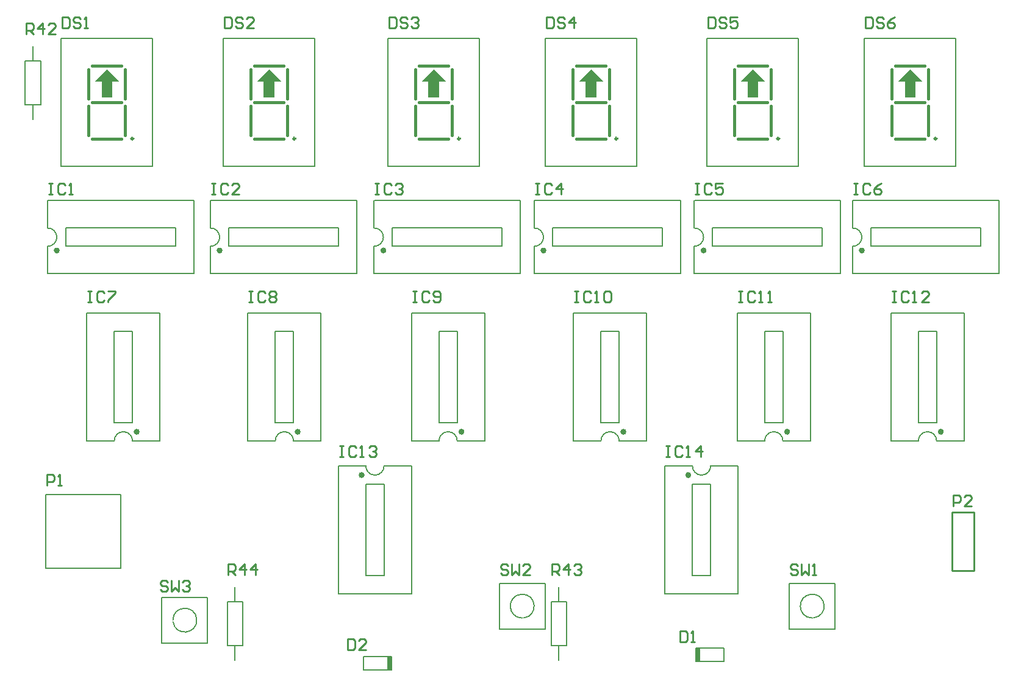
<source format=gto>
G04*
G04 #@! TF.GenerationSoftware,Altium Limited,Altium Designer,21.0.8 (223)*
G04*
G04 Layer_Color=65535*
%FSTAX24Y24*%
%MOIN*%
G70*
G04*
G04 #@! TF.SameCoordinates,7D2A80BF-F15A-477C-97BA-D51E596D6298*
G04*
G04*
G04 #@! TF.FilePolarity,Positive*
G04*
G01*
G75*
%ADD10C,0.0070*%
%ADD11C,0.0150*%
%ADD12C,0.0120*%
%ADD13C,0.0079*%
%ADD14C,0.0100*%
%ADD15R,0.0315X0.0748*%
%ADD16R,0.0315X0.0748*%
G36*
X01449Y04489D02*
X01515Y04555D01*
X01517D01*
X01582Y0449D01*
Y04489D01*
X01545D01*
Y04401D01*
X01486D01*
Y04489D01*
X01449D01*
D02*
G37*
G36*
X02334D02*
X024Y04555D01*
X02402D01*
X02467Y0449D01*
Y04489D01*
X0243D01*
Y04401D01*
X02371D01*
Y04489D01*
X02334D01*
D02*
G37*
G36*
X03234D02*
X033Y04555D01*
X03302D01*
X03367Y0449D01*
Y04489D01*
X0333D01*
Y04401D01*
X03271D01*
Y04489D01*
X03234D01*
D02*
G37*
G36*
X04094D02*
X0416Y04555D01*
X04162D01*
X04227Y0449D01*
Y04489D01*
X0419D01*
Y04401D01*
X04131D01*
Y04489D01*
X04094D01*
D02*
G37*
G36*
X04979D02*
X05045Y04555D01*
X05047D01*
X05112Y0449D01*
Y04489D01*
X05075D01*
Y04401D01*
X05016D01*
Y04489D01*
X04979D01*
D02*
G37*
G36*
X05839D02*
X05905Y04555D01*
X05907D01*
X05972Y0449D01*
Y04489D01*
X05935D01*
Y04401D01*
X05876D01*
Y04489D01*
X05839D01*
D02*
G37*
D10*
X04715Y023854D02*
G03*
X04815Y02385I0005J-000017D01*
G01*
X0605Y025196D02*
G03*
X0595Y0252I-0005J000017D01*
G01*
X055896Y035861D02*
G03*
X0559Y036861I000017J0005D01*
G01*
X0293Y023854D02*
G03*
X0303Y02385I0005J-000017D01*
G01*
X0521Y025196D02*
G03*
X0511Y0252I-0005J000017D01*
G01*
X018764Y015317D02*
G03*
X018758Y0154I000645J000083D01*
G01*
X053783Y015524D02*
G03*
X0537Y015518I-000083J000645D01*
G01*
X037933Y015524D02*
G03*
X03785Y015518I-000083J000645D01*
G01*
X04315Y025196D02*
G03*
X04215Y0252I-0005J000017D01*
G01*
X0343Y025196D02*
G03*
X0333Y0252I-0005J000017D01*
G01*
X011896Y035861D02*
G03*
X0119Y036861I000017J0005D01*
G01*
X01655Y025196D02*
G03*
X01555Y0252I-0005J000017D01*
G01*
X02535Y025196D02*
G03*
X02435Y0252I-0005J000017D01*
G01*
X020796Y035861D02*
G03*
X0208Y036861I000017J0005D01*
G01*
X038496Y035861D02*
G03*
X0385Y036861I000017J0005D01*
G01*
X047246Y035861D02*
G03*
X04725Y036861I000017J0005D01*
G01*
X029746Y035861D02*
G03*
X02975Y036861I000017J0005D01*
G01*
X04565Y02385D02*
X04715D01*
X04816D02*
X04965D01*
Y01685D02*
Y02385D01*
X04565Y01685D02*
X04965D01*
X04565D02*
Y02385D01*
X04715Y02285D02*
X04815D01*
Y01785D02*
Y02285D01*
X04715Y01785D02*
X04815D01*
X04715D02*
Y02285D01*
X04795Y04725D02*
X05295D01*
Y04025D02*
Y04725D01*
X04795Y04025D02*
X05295D01*
X04795D02*
Y04725D01*
X01265D02*
X01765D01*
Y04025D02*
Y04725D01*
X01265Y04025D02*
X01765D01*
X01265D02*
Y04725D01*
X0215D02*
X0265D01*
Y04025D02*
Y04725D01*
X0215Y04025D02*
X0265D01*
X0215D02*
Y04725D01*
X0305D02*
X0355D01*
Y04025D02*
Y04725D01*
X0305Y04025D02*
X0355D01*
X0305D02*
Y04725D01*
X05655D02*
X06155D01*
Y04025D02*
Y04725D01*
X05655Y04025D02*
X06155D01*
X05655D02*
Y04725D01*
X0391Y04025D02*
Y04725D01*
Y04025D02*
X0441D01*
Y04725D01*
X0391D02*
X0441D01*
X0605Y0262D02*
Y0312D01*
X0595D02*
X0605D01*
X0595Y0262D02*
Y0312D01*
Y0262D02*
X0605D01*
X062Y0252D02*
Y0322D01*
X058D02*
X062D01*
X058Y0252D02*
Y0322D01*
Y0252D02*
X05949D01*
X0605D02*
X062D01*
X0569Y036861D02*
X0629D01*
Y035861D02*
Y036861D01*
X0569Y035861D02*
X0629D01*
X0569D02*
Y036861D01*
X0559Y034361D02*
Y035861D01*
Y036871D02*
Y038361D01*
Y034361D02*
X0639D01*
Y038361D01*
X05591D02*
X0639D01*
X0559Y038351D02*
X05591Y038361D01*
X0293Y01785D02*
Y02285D01*
Y01785D02*
X0303D01*
Y02285D01*
X0293D02*
X0303D01*
X0278Y01685D02*
Y02385D01*
Y01685D02*
X0318D01*
Y02385D01*
X03031D02*
X0318D01*
X0278D02*
X0293D01*
X0521Y0262D02*
Y0312D01*
X0511D02*
X0521D01*
X0511Y0262D02*
Y0312D01*
Y0262D02*
X0521D01*
X0536Y0252D02*
Y0322D01*
X0496D02*
X0536D01*
X0496Y0252D02*
Y0322D01*
Y0252D02*
X05109D01*
X0521D02*
X0536D01*
X02065Y01415D02*
Y01665D01*
X01815D02*
X02065D01*
X01815Y01415D02*
Y01665D01*
Y01415D02*
X02065D01*
X05245Y01741D02*
X05495D01*
X05245Y01491D02*
Y01741D01*
Y01491D02*
X05495D01*
Y01741D01*
X0366D02*
X0391D01*
X0366Y01491D02*
Y01741D01*
Y01491D02*
X0391D01*
Y01741D01*
X04315Y0262D02*
Y0312D01*
X04215D02*
X04315D01*
X04215Y0262D02*
Y0312D01*
Y0262D02*
X04315D01*
X04465Y0252D02*
Y0322D01*
X04065D02*
X04465D01*
X04065Y0252D02*
Y0322D01*
Y0252D02*
X04214D01*
X04315D02*
X04465D01*
X0343Y0262D02*
Y0312D01*
X0333D02*
X0343D01*
X0333Y0262D02*
Y0312D01*
Y0262D02*
X0343D01*
X0358Y0252D02*
Y0322D01*
X0318D02*
X0358D01*
X0318Y0252D02*
Y0322D01*
Y0252D02*
X03329D01*
X0343D02*
X0358D01*
X0119Y038351D02*
X01191Y038361D01*
X0199D01*
Y034361D02*
Y038361D01*
X0119Y034361D02*
X0199D01*
X0119Y036871D02*
Y038361D01*
Y034361D02*
Y035861D01*
X0129D02*
Y036861D01*
Y035861D02*
X0189D01*
Y036861D01*
X0129D02*
X0189D01*
X01655Y0262D02*
Y0312D01*
X01555D02*
X01655D01*
X01555Y0262D02*
Y0312D01*
Y0262D02*
X01655D01*
X01805Y0252D02*
Y0322D01*
X01405D02*
X01805D01*
X01405Y0252D02*
Y0322D01*
Y0252D02*
X01554D01*
X01655D02*
X01805D01*
X02535Y0262D02*
Y0312D01*
X02435D02*
X02535D01*
X02435Y0262D02*
Y0312D01*
Y0262D02*
X02535D01*
X02685Y0252D02*
Y0322D01*
X02285D02*
X02685D01*
X02285Y0252D02*
Y0322D01*
Y0252D02*
X02434D01*
X02535D02*
X02685D01*
X0218Y036861D02*
X0278D01*
Y035861D02*
Y036861D01*
X0218Y035861D02*
X0278D01*
X0218D02*
Y036861D01*
X0208Y034361D02*
Y035861D01*
Y036871D02*
Y038361D01*
Y034361D02*
X0288D01*
Y038361D01*
X02081D02*
X0288D01*
X0208Y038351D02*
X02081Y038361D01*
X0395Y036861D02*
X0455D01*
Y035861D02*
Y036861D01*
X0395Y035861D02*
X0455D01*
X0395D02*
Y036861D01*
X0385Y034361D02*
Y035861D01*
Y036871D02*
Y038361D01*
Y034361D02*
X0465D01*
Y038361D01*
X03851D02*
X0465D01*
X0385Y038351D02*
X03851Y038361D01*
X04825Y036861D02*
X05425D01*
Y035861D02*
Y036861D01*
X04825Y035861D02*
X05425D01*
X04825D02*
Y036861D01*
X04725Y034361D02*
Y035861D01*
Y036871D02*
Y038361D01*
Y034361D02*
X05525D01*
Y038361D01*
X04726D02*
X05525D01*
X04725Y038351D02*
X04726Y038361D01*
X03075Y036861D02*
X03675D01*
Y035861D02*
Y036861D01*
X03075Y035861D02*
X03675D01*
X03075D02*
Y036861D01*
X02975Y034361D02*
Y035861D01*
Y036871D02*
Y038361D01*
Y034361D02*
X03775D01*
Y038361D01*
X02976D02*
X03775D01*
X02975Y038351D02*
X02976Y038361D01*
D11*
X047Y02334D02*
G03*
X047Y02334I-00008J0D01*
G01*
X06081Y02571D02*
G03*
X06081Y02571I-00008J0D01*
G01*
X05649Y035631D02*
G03*
X05649Y035631I-00008J0D01*
G01*
X02915Y02334D02*
G03*
X02915Y02334I-00008J0D01*
G01*
X05241Y02571D02*
G03*
X05241Y02571I-00008J0D01*
G01*
X04346D02*
G03*
X04346Y02571I-00008J0D01*
G01*
X03461D02*
G03*
X03461Y02571I-00008J0D01*
G01*
X01249Y035631D02*
G03*
X01249Y035631I-00008J0D01*
G01*
X01686Y02571D02*
G03*
X01686Y02571I-00008J0D01*
G01*
X02566D02*
G03*
X02566Y02571I-00008J0D01*
G01*
X02139Y035631D02*
G03*
X02139Y035631I-00008J0D01*
G01*
X03909D02*
G03*
X03909Y035631I-00008J0D01*
G01*
X04784D02*
G03*
X04784Y035631I-00008J0D01*
G01*
X03034D02*
G03*
X03034Y035631I-00008J0D01*
G01*
X04945Y04395D02*
Y04555D01*
Y04395D02*
Y04555D01*
X05145Y04395D02*
Y04555D01*
Y04395D02*
Y04555D01*
X04965Y04575D02*
X05125D01*
X04965Y04375D02*
X05125D01*
X04965D02*
X05125D01*
X04965Y04175D02*
X05125D01*
X04945Y04195D02*
Y04355D01*
Y04195D02*
Y04355D01*
X05145Y04195D02*
Y04355D01*
Y04195D02*
Y04355D01*
X04945Y04395D02*
Y04555D01*
Y04395D02*
Y04555D01*
X05145Y04395D02*
Y04555D01*
Y04395D02*
Y04555D01*
X04965Y04575D02*
X05125D01*
X04965Y04375D02*
X05125D01*
X04965D02*
X05125D01*
X04965Y04175D02*
X05125D01*
X04945Y04195D02*
Y04355D01*
Y04195D02*
Y04355D01*
X05145Y04195D02*
Y04355D01*
Y04195D02*
Y04355D01*
X04945Y04395D02*
Y04555D01*
Y04395D02*
Y04555D01*
X05145Y04395D02*
Y04555D01*
Y04395D02*
Y04555D01*
X04965Y04575D02*
X05125D01*
X04965Y04375D02*
X05125D01*
X04965D02*
X05125D01*
X04965Y04175D02*
X05125D01*
X04945Y04195D02*
Y04355D01*
Y04195D02*
Y04355D01*
X05145Y04195D02*
Y04355D01*
Y04195D02*
Y04355D01*
X04945Y04395D02*
Y04555D01*
Y04395D02*
Y04555D01*
X05145Y04395D02*
Y04555D01*
Y04395D02*
Y04555D01*
X04965Y04575D02*
X05125D01*
X04965Y04375D02*
X05125D01*
X04965D02*
X05125D01*
X04965Y04175D02*
X05125D01*
X04945Y04195D02*
Y04355D01*
Y04195D02*
Y04355D01*
X05145Y04195D02*
Y04355D01*
Y04195D02*
Y04355D01*
X01415Y04395D02*
Y04555D01*
Y04395D02*
Y04555D01*
X01615Y04395D02*
Y04555D01*
Y04395D02*
Y04555D01*
X01435Y04575D02*
X01595D01*
X01435Y04375D02*
X01595D01*
X01435D02*
X01595D01*
X01435Y04175D02*
X01595D01*
X01415Y04195D02*
Y04355D01*
Y04195D02*
Y04355D01*
X01615Y04195D02*
Y04355D01*
Y04195D02*
Y04355D01*
X01415Y04395D02*
Y04555D01*
Y04395D02*
Y04555D01*
X01615Y04395D02*
Y04555D01*
Y04395D02*
Y04555D01*
X01435Y04575D02*
X01595D01*
X01435Y04375D02*
X01595D01*
X01435D02*
X01595D01*
X01435Y04175D02*
X01595D01*
X01415Y04195D02*
Y04355D01*
Y04195D02*
Y04355D01*
X01615Y04195D02*
Y04355D01*
Y04195D02*
Y04355D01*
X01415Y04395D02*
Y04555D01*
Y04395D02*
Y04555D01*
X01615Y04395D02*
Y04555D01*
Y04395D02*
Y04555D01*
X01435Y04575D02*
X01595D01*
X01435Y04375D02*
X01595D01*
X01435D02*
X01595D01*
X01435Y04175D02*
X01595D01*
X01415Y04195D02*
Y04355D01*
Y04195D02*
Y04355D01*
X01615Y04195D02*
Y04355D01*
Y04195D02*
Y04355D01*
X01415Y04395D02*
Y04555D01*
Y04395D02*
Y04555D01*
X01615Y04395D02*
Y04555D01*
Y04395D02*
Y04555D01*
X01435Y04575D02*
X01595D01*
X01435Y04375D02*
X01595D01*
X01435D02*
X01595D01*
X01435Y04175D02*
X01595D01*
X01415Y04195D02*
Y04355D01*
Y04195D02*
Y04355D01*
X01615Y04195D02*
Y04355D01*
Y04195D02*
Y04355D01*
X023Y04395D02*
Y04555D01*
Y04395D02*
Y04555D01*
X025Y04395D02*
Y04555D01*
Y04395D02*
Y04555D01*
X0232Y04575D02*
X0248D01*
X0232Y04375D02*
X0248D01*
X0232D02*
X0248D01*
X0232Y04175D02*
X0248D01*
X023Y04195D02*
Y04355D01*
Y04195D02*
Y04355D01*
X025Y04195D02*
Y04355D01*
Y04195D02*
Y04355D01*
X023Y04395D02*
Y04555D01*
Y04395D02*
Y04555D01*
X025Y04395D02*
Y04555D01*
Y04395D02*
Y04555D01*
X0232Y04575D02*
X0248D01*
X0232Y04375D02*
X0248D01*
X0232D02*
X0248D01*
X0232Y04175D02*
X0248D01*
X023Y04195D02*
Y04355D01*
Y04195D02*
Y04355D01*
X025Y04195D02*
Y04355D01*
Y04195D02*
Y04355D01*
X023Y04395D02*
Y04555D01*
Y04395D02*
Y04555D01*
X025Y04395D02*
Y04555D01*
Y04395D02*
Y04555D01*
X0232Y04575D02*
X0248D01*
X0232Y04375D02*
X0248D01*
X0232D02*
X0248D01*
X0232Y04175D02*
X0248D01*
X023Y04195D02*
Y04355D01*
Y04195D02*
Y04355D01*
X025Y04195D02*
Y04355D01*
Y04195D02*
Y04355D01*
X023Y04395D02*
Y04555D01*
Y04395D02*
Y04555D01*
X025Y04395D02*
Y04555D01*
Y04395D02*
Y04555D01*
X0232Y04575D02*
X0248D01*
X0232Y04375D02*
X0248D01*
X0232D02*
X0248D01*
X0232Y04175D02*
X0248D01*
X023Y04195D02*
Y04355D01*
Y04195D02*
Y04355D01*
X025Y04195D02*
Y04355D01*
Y04195D02*
Y04355D01*
X032Y04395D02*
Y04555D01*
Y04395D02*
Y04555D01*
X034Y04395D02*
Y04555D01*
Y04395D02*
Y04555D01*
X0322Y04575D02*
X0338D01*
X0322Y04375D02*
X0338D01*
X0322D02*
X0338D01*
X0322Y04175D02*
X0338D01*
X032Y04195D02*
Y04355D01*
Y04195D02*
Y04355D01*
X034Y04195D02*
Y04355D01*
Y04195D02*
Y04355D01*
X032Y04395D02*
Y04555D01*
Y04395D02*
Y04555D01*
X034Y04395D02*
Y04555D01*
Y04395D02*
Y04555D01*
X0322Y04575D02*
X0338D01*
X0322Y04375D02*
X0338D01*
X0322D02*
X0338D01*
X0322Y04175D02*
X0338D01*
X032Y04195D02*
Y04355D01*
Y04195D02*
Y04355D01*
X034Y04195D02*
Y04355D01*
Y04195D02*
Y04355D01*
X032Y04395D02*
Y04555D01*
Y04395D02*
Y04555D01*
X034Y04395D02*
Y04555D01*
Y04395D02*
Y04555D01*
X0322Y04575D02*
X0338D01*
X0322Y04375D02*
X0338D01*
X0322D02*
X0338D01*
X0322Y04175D02*
X0338D01*
X032Y04195D02*
Y04355D01*
Y04195D02*
Y04355D01*
X034Y04195D02*
Y04355D01*
Y04195D02*
Y04355D01*
X032Y04395D02*
Y04555D01*
Y04395D02*
Y04555D01*
X034Y04395D02*
Y04555D01*
Y04395D02*
Y04555D01*
X0322Y04575D02*
X0338D01*
X0322Y04375D02*
X0338D01*
X0322D02*
X0338D01*
X0322Y04175D02*
X0338D01*
X032Y04195D02*
Y04355D01*
Y04195D02*
Y04355D01*
X034Y04195D02*
Y04355D01*
Y04195D02*
Y04355D01*
X05805Y04395D02*
Y04555D01*
Y04395D02*
Y04555D01*
X06005Y04395D02*
Y04555D01*
Y04395D02*
Y04555D01*
X05825Y04575D02*
X05985D01*
X05825Y04375D02*
X05985D01*
X05825D02*
X05985D01*
X05825Y04175D02*
X05985D01*
X05805Y04195D02*
Y04355D01*
Y04195D02*
Y04355D01*
X06005Y04195D02*
Y04355D01*
Y04195D02*
Y04355D01*
X05805Y04395D02*
Y04555D01*
Y04395D02*
Y04555D01*
X06005Y04395D02*
Y04555D01*
Y04395D02*
Y04555D01*
X05825Y04575D02*
X05985D01*
X05825Y04375D02*
X05985D01*
X05825D02*
X05985D01*
X05825Y04175D02*
X05985D01*
X05805Y04195D02*
Y04355D01*
Y04195D02*
Y04355D01*
X06005Y04195D02*
Y04355D01*
Y04195D02*
Y04355D01*
X05805Y04395D02*
Y04555D01*
Y04395D02*
Y04555D01*
X06005Y04395D02*
Y04555D01*
Y04395D02*
Y04555D01*
X05825Y04575D02*
X05985D01*
X05825Y04375D02*
X05985D01*
X05825D02*
X05985D01*
X05825Y04175D02*
X05985D01*
X05805Y04195D02*
Y04355D01*
Y04195D02*
Y04355D01*
X06005Y04195D02*
Y04355D01*
Y04195D02*
Y04355D01*
X05805Y04395D02*
Y04555D01*
Y04395D02*
Y04555D01*
X06005Y04395D02*
Y04555D01*
Y04395D02*
Y04555D01*
X05825Y04575D02*
X05985D01*
X05825Y04375D02*
X05985D01*
X05825D02*
X05985D01*
X05825Y04175D02*
X05985D01*
X05805Y04195D02*
Y04355D01*
Y04195D02*
Y04355D01*
X06005Y04195D02*
Y04355D01*
Y04195D02*
Y04355D01*
X0426Y04195D02*
Y04355D01*
Y04195D02*
Y04355D01*
X0406Y04195D02*
Y04355D01*
Y04195D02*
Y04355D01*
X0408Y04175D02*
X0424D01*
X0408Y04375D02*
X0424D01*
X0408D02*
X0424D01*
X0408Y04575D02*
X0424D01*
X0426Y04395D02*
Y04555D01*
Y04395D02*
Y04555D01*
X0406Y04395D02*
Y04555D01*
Y04395D02*
Y04555D01*
X0426Y04195D02*
Y04355D01*
Y04195D02*
Y04355D01*
X0406Y04195D02*
Y04355D01*
Y04195D02*
Y04355D01*
X0408Y04175D02*
X0424D01*
X0408Y04375D02*
X0424D01*
X0408D02*
X0424D01*
X0408Y04575D02*
X0424D01*
X0426Y04395D02*
Y04555D01*
Y04395D02*
Y04555D01*
X0406Y04395D02*
Y04555D01*
Y04395D02*
Y04555D01*
X0426Y04195D02*
Y04355D01*
Y04195D02*
Y04355D01*
X0406Y04195D02*
Y04355D01*
Y04195D02*
Y04355D01*
X0408Y04175D02*
X0424D01*
X0408Y04375D02*
X0424D01*
X0408D02*
X0424D01*
X0408Y04575D02*
X0424D01*
X0426Y04395D02*
Y04555D01*
Y04395D02*
Y04555D01*
X0406Y04395D02*
Y04555D01*
Y04395D02*
Y04555D01*
X0426Y04195D02*
Y04355D01*
Y04195D02*
Y04355D01*
X0406Y04195D02*
Y04355D01*
Y04195D02*
Y04355D01*
X0408Y04175D02*
X0424D01*
X0408Y04375D02*
X0424D01*
X0408D02*
X0424D01*
X0408Y04575D02*
X0424D01*
X0426Y04395D02*
Y04555D01*
Y04395D02*
Y04555D01*
X0406Y04395D02*
Y04555D01*
Y04395D02*
Y04555D01*
D12*
X0519Y04175D02*
G03*
X0519Y04175I-00006J0D01*
G01*
X0166D02*
G03*
X0166Y04175I-00006J0D01*
G01*
X02545D02*
G03*
X02545Y04175I-00006J0D01*
G01*
X03445D02*
G03*
X03445Y04175I-00006J0D01*
G01*
X0605D02*
G03*
X0605Y04175I-00006J0D01*
G01*
X04305D02*
G03*
X04305Y04175I-00006J0D01*
G01*
D13*
X029182Y012676D02*
X030718D01*
X029182Y013424D02*
X030718D01*
X029182Y012676D02*
Y013424D01*
X047332Y013874D02*
X048868D01*
X047332Y013126D02*
X048868D01*
Y013874D01*
X0111Y046D02*
Y0468D01*
Y0428D02*
Y0436D01*
X01153D02*
Y046D01*
X01068D02*
X01153D01*
X01068Y0436D02*
Y046D01*
Y0436D02*
X01153D01*
X02215Y0164D02*
Y0172D01*
Y0132D02*
Y014D01*
X02258D02*
Y0164D01*
X02173D02*
X02258D01*
X02173Y014D02*
Y0164D01*
Y014D02*
X02258D01*
X03985Y0164D02*
Y0172D01*
Y0132D02*
Y014D01*
X04028D02*
Y0164D01*
X03943D02*
X04028D01*
X03943Y014D02*
Y0164D01*
Y014D02*
X04028D01*
X0118Y02227D02*
X0159D01*
X0118Y01825D02*
Y02227D01*
Y01825D02*
X0159D01*
Y02227D01*
D14*
X06135Y0181D02*
X06255D01*
X06135D02*
Y0213D01*
X06255D01*
Y0181D02*
Y0213D01*
X01848Y01748D02*
X01838Y01758D01*
X01818D01*
X01808Y01748D01*
Y01738D01*
X01818Y01728D01*
X01838D01*
X01848Y01718D01*
Y01708D01*
X01838Y01698D01*
X01818D01*
X01808Y01708D01*
X01868Y01758D02*
Y01698D01*
X01888Y01718D01*
X01908Y01698D01*
Y01758D01*
X01928Y01748D02*
X01938Y01758D01*
X01958D01*
X019679Y01748D01*
Y01738D01*
X01958Y01728D01*
X01948D01*
X01958D01*
X019679Y01718D01*
Y01708D01*
X01958Y01698D01*
X01938D01*
X01928Y01708D01*
X03707Y01838D02*
X03697Y01848D01*
X03677D01*
X03667Y01838D01*
Y01828D01*
X03677Y01818D01*
X03697D01*
X03707Y01808D01*
Y01798D01*
X03697Y01788D01*
X03677D01*
X03667Y01798D01*
X03727Y01848D02*
Y01788D01*
X03747Y01808D01*
X03767Y01788D01*
Y01848D01*
X038269Y01788D02*
X03787D01*
X038269Y01828D01*
Y01838D01*
X03817Y01848D01*
X03797D01*
X03787Y01838D01*
X05291D02*
X05281Y01848D01*
X05261D01*
X05251Y01838D01*
Y01828D01*
X05261Y01818D01*
X05281D01*
X05291Y01808D01*
Y01798D01*
X05281Y01788D01*
X05261D01*
X05251Y01798D01*
X05311Y01848D02*
Y01788D01*
X05331Y01808D01*
X05351Y01788D01*
Y01848D01*
X05371Y01788D02*
X05391D01*
X05381D01*
Y01848D01*
X05371Y01838D01*
X02179Y01788D02*
Y01848D01*
X02209D01*
X02219Y01838D01*
Y01818D01*
X02209Y01808D01*
X02179D01*
X02199D02*
X02219Y01788D01*
X02269D02*
Y01848D01*
X02239Y01818D01*
X02279D01*
X02329Y01788D02*
Y01848D01*
X02299Y01818D01*
X023389D01*
X03949Y01788D02*
Y01848D01*
X03979D01*
X03989Y01838D01*
Y01818D01*
X03979Y01808D01*
X03949D01*
X03969D02*
X03989Y01788D01*
X04039D02*
Y01848D01*
X04009Y01818D01*
X04049D01*
X04069Y01838D02*
X04079Y01848D01*
X04099D01*
X041089Y01838D01*
Y01828D01*
X04099Y01818D01*
X04089D01*
X04099D01*
X041089Y01808D01*
Y01798D01*
X04099Y01788D01*
X04079D01*
X04069Y01798D01*
X01074Y04748D02*
Y04808D01*
X01104D01*
X01114Y04798D01*
Y04778D01*
X01104Y04768D01*
X01074D01*
X01094D02*
X01114Y04748D01*
X01164D02*
Y04808D01*
X01134Y04778D01*
X01174D01*
X012339Y04748D02*
X01194D01*
X012339Y04788D01*
Y04798D01*
X01224Y04808D01*
X01204D01*
X01194Y04798D01*
X0614Y02165D02*
Y02225D01*
X0617D01*
X0618Y02215D01*
Y02195D01*
X0617Y02185D01*
X0614D01*
X0624Y02165D02*
X062D01*
X0624Y02205D01*
Y02215D01*
X0623Y02225D01*
X0621D01*
X062Y02215D01*
X01186Y02277D02*
Y02337D01*
X01216D01*
X01226Y02327D01*
Y02307D01*
X01216Y02297D01*
X01186D01*
X01246Y02277D02*
X01266D01*
X01256D01*
Y02337D01*
X01246Y02327D01*
X04572Y02495D02*
X04592D01*
X04582D01*
Y02435D01*
X04572D01*
X04592D01*
X04662Y02485D02*
X04652Y02495D01*
X04632D01*
X04622Y02485D01*
Y02445D01*
X04632Y02435D01*
X04652D01*
X04662Y02445D01*
X04682Y02435D02*
X04702D01*
X04692D01*
Y02495D01*
X04682Y02485D01*
X047619Y02435D02*
Y02495D01*
X047319Y02465D01*
X047719D01*
X02786Y02495D02*
X02806D01*
X02796D01*
Y02435D01*
X02786D01*
X02806D01*
X02876Y02485D02*
X02866Y02495D01*
X02846D01*
X02836Y02485D01*
Y02445D01*
X02846Y02435D01*
X02866D01*
X02876Y02445D01*
X02896Y02435D02*
X02916D01*
X02906D01*
Y02495D01*
X02896Y02485D01*
X029459D02*
X029559Y02495D01*
X029759D01*
X029859Y02485D01*
Y02475D01*
X029759Y02465D01*
X029659D01*
X029759D01*
X029859Y02455D01*
Y02445D01*
X029759Y02435D01*
X029559D01*
X029459Y02445D01*
X05807Y0334D02*
X05827D01*
X05817D01*
Y0328D01*
X05807D01*
X05827D01*
X05897Y0333D02*
X05887Y0334D01*
X05867D01*
X05857Y0333D01*
Y0329D01*
X05867Y0328D01*
X05887D01*
X05897Y0329D01*
X05917Y0328D02*
X05937D01*
X05927D01*
Y0334D01*
X05917Y0333D01*
X060069Y0328D02*
X059669D01*
X060069Y0332D01*
Y0333D01*
X059969Y0334D01*
X059769D01*
X059669Y0333D01*
X04967Y0334D02*
X04987D01*
X04977D01*
Y0328D01*
X04967D01*
X04987D01*
X05057Y0333D02*
X05047Y0334D01*
X05027D01*
X05017Y0333D01*
Y0329D01*
X05027Y0328D01*
X05047D01*
X05057Y0329D01*
X05077Y0328D02*
X05097D01*
X05087D01*
Y0334D01*
X05077Y0333D01*
X051269Y0328D02*
X051469D01*
X051369D01*
Y0334D01*
X051269Y0333D01*
X04071Y0334D02*
X04091D01*
X04081D01*
Y0328D01*
X04071D01*
X04091D01*
X04161Y0333D02*
X04151Y0334D01*
X04131D01*
X04121Y0333D01*
Y0329D01*
X04131Y0328D01*
X04151D01*
X04161Y0329D01*
X04181Y0328D02*
X04201D01*
X04191D01*
Y0334D01*
X04181Y0333D01*
X042309D02*
X042409Y0334D01*
X042609D01*
X042709Y0333D01*
Y0329D01*
X042609Y0328D01*
X042409D01*
X042309Y0329D01*
Y0333D01*
X03187Y0334D02*
X03207D01*
X03197D01*
Y0328D01*
X03187D01*
X03207D01*
X03277Y0333D02*
X03267Y0334D01*
X03247D01*
X03237Y0333D01*
Y0329D01*
X03247Y0328D01*
X03267D01*
X03277Y0329D01*
X03297D02*
X03307Y0328D01*
X03327D01*
X03337Y0329D01*
Y0333D01*
X03327Y0334D01*
X03307D01*
X03297Y0333D01*
Y0332D01*
X03307Y0331D01*
X03337D01*
X02291Y0334D02*
X02311D01*
X02301D01*
Y0328D01*
X02291D01*
X02311D01*
X02381Y0333D02*
X02371Y0334D01*
X02351D01*
X02341Y0333D01*
Y0329D01*
X02351Y0328D01*
X02371D01*
X02381Y0329D01*
X02401Y0333D02*
X02411Y0334D01*
X02431D01*
X02441Y0333D01*
Y0332D01*
X02431Y0331D01*
X02441Y033D01*
Y0329D01*
X02431Y0328D01*
X02411D01*
X02401Y0329D01*
Y033D01*
X02411Y0331D01*
X02401Y0332D01*
Y0333D01*
X02411Y0331D02*
X02431D01*
X01411Y0334D02*
X01431D01*
X01421D01*
Y0328D01*
X01411D01*
X01431D01*
X01501Y0333D02*
X01491Y0334D01*
X01471D01*
X01461Y0333D01*
Y0329D01*
X01471Y0328D01*
X01491D01*
X01501Y0329D01*
X01521Y0334D02*
X01561D01*
Y0333D01*
X01521Y0329D01*
Y0328D01*
X05596Y03932D02*
X05616D01*
X05606D01*
Y03872D01*
X05596D01*
X05616D01*
X05686Y03922D02*
X05676Y03932D01*
X05656D01*
X05646Y03922D01*
Y03882D01*
X05656Y03872D01*
X05676D01*
X05686Y03882D01*
X05746Y03932D02*
X05726Y03922D01*
X05706Y03902D01*
Y03882D01*
X05716Y03872D01*
X05736D01*
X05746Y03882D01*
Y03892D01*
X05736Y03902D01*
X05706D01*
X04731Y03932D02*
X04751D01*
X04741D01*
Y03872D01*
X04731D01*
X04751D01*
X04821Y03922D02*
X04811Y03932D01*
X04791D01*
X04781Y03922D01*
Y03882D01*
X04791Y03872D01*
X04811D01*
X04821Y03882D01*
X04881Y03932D02*
X04841D01*
Y03902D01*
X04861Y03912D01*
X04871D01*
X04881Y03902D01*
Y03882D01*
X04871Y03872D01*
X04851D01*
X04841Y03882D01*
X03856Y03932D02*
X03876D01*
X03866D01*
Y03872D01*
X03856D01*
X03876D01*
X03946Y03922D02*
X03936Y03932D01*
X03916D01*
X03906Y03922D01*
Y03882D01*
X03916Y03872D01*
X03936D01*
X03946Y03882D01*
X03996Y03872D02*
Y03932D01*
X03966Y03902D01*
X04006D01*
X02981Y03932D02*
X03001D01*
X02991D01*
Y03872D01*
X02981D01*
X03001D01*
X03071Y03922D02*
X03061Y03932D01*
X03041D01*
X03031Y03922D01*
Y03882D01*
X03041Y03872D01*
X03061D01*
X03071Y03882D01*
X03091Y03922D02*
X03101Y03932D01*
X03121D01*
X03131Y03922D01*
Y03912D01*
X03121Y03902D01*
X03111D01*
X03121D01*
X03131Y03892D01*
Y03882D01*
X03121Y03872D01*
X03101D01*
X03091Y03882D01*
X02086Y03932D02*
X02106D01*
X02096D01*
Y03872D01*
X02086D01*
X02106D01*
X02176Y03922D02*
X02166Y03932D01*
X02146D01*
X02136Y03922D01*
Y03882D01*
X02146Y03872D01*
X02166D01*
X02176Y03882D01*
X02236Y03872D02*
X02196D01*
X02236Y03912D01*
Y03922D01*
X02226Y03932D01*
X02206D01*
X02196Y03922D01*
X01196Y03932D02*
X01216D01*
X01206D01*
Y03872D01*
X01196D01*
X01216D01*
X01286Y03922D02*
X01276Y03932D01*
X01256D01*
X01246Y03922D01*
Y03882D01*
X01256Y03872D01*
X01276D01*
X01286Y03882D01*
X01306Y03872D02*
X01326D01*
X01316D01*
Y03932D01*
X01306Y03922D01*
X05662Y0484D02*
Y0478D01*
X05692D01*
X05702Y0479D01*
Y0483D01*
X05692Y0484D01*
X05662D01*
X05762Y0483D02*
X05752Y0484D01*
X05732D01*
X05722Y0483D01*
Y0482D01*
X05732Y0481D01*
X05752D01*
X05762Y048D01*
Y0479D01*
X05752Y0478D01*
X05732D01*
X05722Y0479D01*
X058219Y0484D02*
X05802Y0483D01*
X05782Y0481D01*
Y0479D01*
X05792Y0478D01*
X05812D01*
X058219Y0479D01*
Y048D01*
X05812Y0481D01*
X05782D01*
X04802Y0484D02*
Y0478D01*
X04832D01*
X04842Y0479D01*
Y0483D01*
X04832Y0484D01*
X04802D01*
X04902Y0483D02*
X04892Y0484D01*
X04872D01*
X04862Y0483D01*
Y0482D01*
X04872Y0481D01*
X04892D01*
X04902Y048D01*
Y0479D01*
X04892Y0478D01*
X04872D01*
X04862Y0479D01*
X049619Y0484D02*
X04922D01*
Y0481D01*
X04942Y0482D01*
X04952D01*
X049619Y0481D01*
Y0479D01*
X04952Y0478D01*
X04932D01*
X04922Y0479D01*
X03916Y0484D02*
Y0478D01*
X03946D01*
X03956Y0479D01*
Y0483D01*
X03946Y0484D01*
X03916D01*
X04016Y0483D02*
X04006Y0484D01*
X03986D01*
X03976Y0483D01*
Y0482D01*
X03986Y0481D01*
X04006D01*
X04016Y048D01*
Y0479D01*
X04006Y0478D01*
X03986D01*
X03976Y0479D01*
X04066Y0478D02*
Y0484D01*
X04036Y0481D01*
X040759D01*
X03056Y0484D02*
Y0478D01*
X03086D01*
X03096Y0479D01*
Y0483D01*
X03086Y0484D01*
X03056D01*
X03156Y0483D02*
X03146Y0484D01*
X03126D01*
X03116Y0483D01*
Y0482D01*
X03126Y0481D01*
X03146D01*
X03156Y048D01*
Y0479D01*
X03146Y0478D01*
X03126D01*
X03116Y0479D01*
X03176Y0483D02*
X03186Y0484D01*
X03206D01*
X032159Y0483D01*
Y0482D01*
X03206Y0481D01*
X03196D01*
X03206D01*
X032159Y048D01*
Y0479D01*
X03206Y0478D01*
X03186D01*
X03176Y0479D01*
X02156Y0484D02*
Y0478D01*
X02186D01*
X02196Y0479D01*
Y0483D01*
X02186Y0484D01*
X02156D01*
X02256Y0483D02*
X02246Y0484D01*
X02226D01*
X02216Y0483D01*
Y0482D01*
X02226Y0481D01*
X02246D01*
X02256Y048D01*
Y0479D01*
X02246Y0478D01*
X02226D01*
X02216Y0479D01*
X023159Y0478D02*
X02276D01*
X023159Y0482D01*
Y0483D01*
X02306Y0484D01*
X02286D01*
X02276Y0483D01*
X01272Y0484D02*
Y0478D01*
X01302D01*
X01312Y0479D01*
Y0483D01*
X01302Y0484D01*
X01272D01*
X01372Y0483D02*
X01362Y0484D01*
X01342D01*
X01332Y0483D01*
Y0482D01*
X01342Y0481D01*
X01362D01*
X01372Y048D01*
Y0479D01*
X01362Y0478D01*
X01342D01*
X01332Y0479D01*
X01392Y0478D02*
X01412D01*
X01402D01*
Y0484D01*
X01392Y0483D01*
X02832Y01436D02*
Y01376D01*
X02862D01*
X02872Y01386D01*
Y01426D01*
X02862Y01436D01*
X02832D01*
X02932Y01376D02*
X02892D01*
X02932Y01416D01*
Y01426D01*
X02922Y01436D01*
X02902D01*
X02892Y01426D01*
X04647Y01481D02*
Y01421D01*
X04677D01*
X04687Y01431D01*
Y01471D01*
X04677Y01481D01*
X04647D01*
X04707Y01421D02*
X04727D01*
X04717D01*
Y01481D01*
X04707Y01471D01*
D15*
X0306Y01305D02*
D03*
D16*
X04745Y0135D02*
D03*
M02*

</source>
